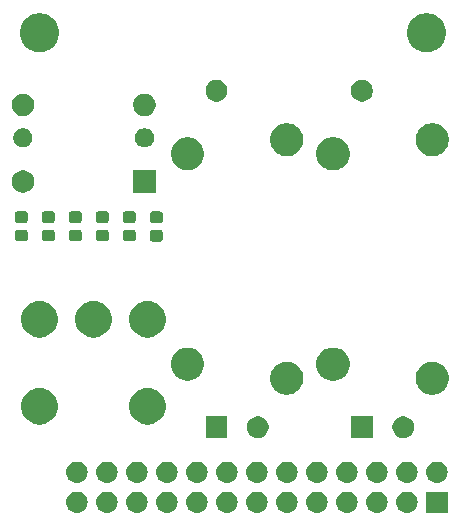
<source format=gbr>
G04 #@! TF.GenerationSoftware,KiCad,Pcbnew,(5.1.4)-1*
G04 #@! TF.CreationDate,2019-12-12T19:48:25+09:00*
G04 #@! TF.ProjectId,microcar_head,6d696372-6f63-4617-925f-686561642e6b,rev?*
G04 #@! TF.SameCoordinates,Original*
G04 #@! TF.FileFunction,Soldermask,Top*
G04 #@! TF.FilePolarity,Negative*
%FSLAX46Y46*%
G04 Gerber Fmt 4.6, Leading zero omitted, Abs format (unit mm)*
G04 Created by KiCad (PCBNEW (5.1.4)-1) date 2019-12-12 19:48:25*
%MOMM*%
%LPD*%
G04 APERTURE LIST*
%ADD10C,0.100000*%
G04 APERTURE END LIST*
D10*
G36*
X70116000Y-64401000D02*
G01*
X68314000Y-64401000D01*
X68314000Y-62599000D01*
X70116000Y-62599000D01*
X70116000Y-64401000D01*
X70116000Y-64401000D01*
G37*
G36*
X61705442Y-62605518D02*
G01*
X61771627Y-62612037D01*
X61941466Y-62663557D01*
X62097991Y-62747222D01*
X62133729Y-62776552D01*
X62235186Y-62859814D01*
X62318448Y-62961271D01*
X62347778Y-62997009D01*
X62431443Y-63153534D01*
X62482963Y-63323373D01*
X62500359Y-63500000D01*
X62482963Y-63676627D01*
X62431443Y-63846466D01*
X62347778Y-64002991D01*
X62318448Y-64038729D01*
X62235186Y-64140186D01*
X62133729Y-64223448D01*
X62097991Y-64252778D01*
X61941466Y-64336443D01*
X61771627Y-64387963D01*
X61705442Y-64394482D01*
X61639260Y-64401000D01*
X61550740Y-64401000D01*
X61484558Y-64394482D01*
X61418373Y-64387963D01*
X61248534Y-64336443D01*
X61092009Y-64252778D01*
X61056271Y-64223448D01*
X60954814Y-64140186D01*
X60871552Y-64038729D01*
X60842222Y-64002991D01*
X60758557Y-63846466D01*
X60707037Y-63676627D01*
X60689641Y-63500000D01*
X60707037Y-63323373D01*
X60758557Y-63153534D01*
X60842222Y-62997009D01*
X60871552Y-62961271D01*
X60954814Y-62859814D01*
X61056271Y-62776552D01*
X61092009Y-62747222D01*
X61248534Y-62663557D01*
X61418373Y-62612037D01*
X61484558Y-62605518D01*
X61550740Y-62599000D01*
X61639260Y-62599000D01*
X61705442Y-62605518D01*
X61705442Y-62605518D01*
G37*
G36*
X66785442Y-62605518D02*
G01*
X66851627Y-62612037D01*
X67021466Y-62663557D01*
X67177991Y-62747222D01*
X67213729Y-62776552D01*
X67315186Y-62859814D01*
X67398448Y-62961271D01*
X67427778Y-62997009D01*
X67511443Y-63153534D01*
X67562963Y-63323373D01*
X67580359Y-63500000D01*
X67562963Y-63676627D01*
X67511443Y-63846466D01*
X67427778Y-64002991D01*
X67398448Y-64038729D01*
X67315186Y-64140186D01*
X67213729Y-64223448D01*
X67177991Y-64252778D01*
X67021466Y-64336443D01*
X66851627Y-64387963D01*
X66785442Y-64394482D01*
X66719260Y-64401000D01*
X66630740Y-64401000D01*
X66564558Y-64394482D01*
X66498373Y-64387963D01*
X66328534Y-64336443D01*
X66172009Y-64252778D01*
X66136271Y-64223448D01*
X66034814Y-64140186D01*
X65951552Y-64038729D01*
X65922222Y-64002991D01*
X65838557Y-63846466D01*
X65787037Y-63676627D01*
X65769641Y-63500000D01*
X65787037Y-63323373D01*
X65838557Y-63153534D01*
X65922222Y-62997009D01*
X65951552Y-62961271D01*
X66034814Y-62859814D01*
X66136271Y-62776552D01*
X66172009Y-62747222D01*
X66328534Y-62663557D01*
X66498373Y-62612037D01*
X66564558Y-62605518D01*
X66630740Y-62599000D01*
X66719260Y-62599000D01*
X66785442Y-62605518D01*
X66785442Y-62605518D01*
G37*
G36*
X64245442Y-62605518D02*
G01*
X64311627Y-62612037D01*
X64481466Y-62663557D01*
X64637991Y-62747222D01*
X64673729Y-62776552D01*
X64775186Y-62859814D01*
X64858448Y-62961271D01*
X64887778Y-62997009D01*
X64971443Y-63153534D01*
X65022963Y-63323373D01*
X65040359Y-63500000D01*
X65022963Y-63676627D01*
X64971443Y-63846466D01*
X64887778Y-64002991D01*
X64858448Y-64038729D01*
X64775186Y-64140186D01*
X64673729Y-64223448D01*
X64637991Y-64252778D01*
X64481466Y-64336443D01*
X64311627Y-64387963D01*
X64245442Y-64394482D01*
X64179260Y-64401000D01*
X64090740Y-64401000D01*
X64024558Y-64394482D01*
X63958373Y-64387963D01*
X63788534Y-64336443D01*
X63632009Y-64252778D01*
X63596271Y-64223448D01*
X63494814Y-64140186D01*
X63411552Y-64038729D01*
X63382222Y-64002991D01*
X63298557Y-63846466D01*
X63247037Y-63676627D01*
X63229641Y-63500000D01*
X63247037Y-63323373D01*
X63298557Y-63153534D01*
X63382222Y-62997009D01*
X63411552Y-62961271D01*
X63494814Y-62859814D01*
X63596271Y-62776552D01*
X63632009Y-62747222D01*
X63788534Y-62663557D01*
X63958373Y-62612037D01*
X64024558Y-62605518D01*
X64090740Y-62599000D01*
X64179260Y-62599000D01*
X64245442Y-62605518D01*
X64245442Y-62605518D01*
G37*
G36*
X59165442Y-62605518D02*
G01*
X59231627Y-62612037D01*
X59401466Y-62663557D01*
X59557991Y-62747222D01*
X59593729Y-62776552D01*
X59695186Y-62859814D01*
X59778448Y-62961271D01*
X59807778Y-62997009D01*
X59891443Y-63153534D01*
X59942963Y-63323373D01*
X59960359Y-63500000D01*
X59942963Y-63676627D01*
X59891443Y-63846466D01*
X59807778Y-64002991D01*
X59778448Y-64038729D01*
X59695186Y-64140186D01*
X59593729Y-64223448D01*
X59557991Y-64252778D01*
X59401466Y-64336443D01*
X59231627Y-64387963D01*
X59165442Y-64394482D01*
X59099260Y-64401000D01*
X59010740Y-64401000D01*
X58944558Y-64394482D01*
X58878373Y-64387963D01*
X58708534Y-64336443D01*
X58552009Y-64252778D01*
X58516271Y-64223448D01*
X58414814Y-64140186D01*
X58331552Y-64038729D01*
X58302222Y-64002991D01*
X58218557Y-63846466D01*
X58167037Y-63676627D01*
X58149641Y-63500000D01*
X58167037Y-63323373D01*
X58218557Y-63153534D01*
X58302222Y-62997009D01*
X58331552Y-62961271D01*
X58414814Y-62859814D01*
X58516271Y-62776552D01*
X58552009Y-62747222D01*
X58708534Y-62663557D01*
X58878373Y-62612037D01*
X58944558Y-62605518D01*
X59010740Y-62599000D01*
X59099260Y-62599000D01*
X59165442Y-62605518D01*
X59165442Y-62605518D01*
G37*
G36*
X56625442Y-62605518D02*
G01*
X56691627Y-62612037D01*
X56861466Y-62663557D01*
X57017991Y-62747222D01*
X57053729Y-62776552D01*
X57155186Y-62859814D01*
X57238448Y-62961271D01*
X57267778Y-62997009D01*
X57351443Y-63153534D01*
X57402963Y-63323373D01*
X57420359Y-63500000D01*
X57402963Y-63676627D01*
X57351443Y-63846466D01*
X57267778Y-64002991D01*
X57238448Y-64038729D01*
X57155186Y-64140186D01*
X57053729Y-64223448D01*
X57017991Y-64252778D01*
X56861466Y-64336443D01*
X56691627Y-64387963D01*
X56625442Y-64394482D01*
X56559260Y-64401000D01*
X56470740Y-64401000D01*
X56404558Y-64394482D01*
X56338373Y-64387963D01*
X56168534Y-64336443D01*
X56012009Y-64252778D01*
X55976271Y-64223448D01*
X55874814Y-64140186D01*
X55791552Y-64038729D01*
X55762222Y-64002991D01*
X55678557Y-63846466D01*
X55627037Y-63676627D01*
X55609641Y-63500000D01*
X55627037Y-63323373D01*
X55678557Y-63153534D01*
X55762222Y-62997009D01*
X55791552Y-62961271D01*
X55874814Y-62859814D01*
X55976271Y-62776552D01*
X56012009Y-62747222D01*
X56168534Y-62663557D01*
X56338373Y-62612037D01*
X56404558Y-62605518D01*
X56470740Y-62599000D01*
X56559260Y-62599000D01*
X56625442Y-62605518D01*
X56625442Y-62605518D01*
G37*
G36*
X54085442Y-62605518D02*
G01*
X54151627Y-62612037D01*
X54321466Y-62663557D01*
X54477991Y-62747222D01*
X54513729Y-62776552D01*
X54615186Y-62859814D01*
X54698448Y-62961271D01*
X54727778Y-62997009D01*
X54811443Y-63153534D01*
X54862963Y-63323373D01*
X54880359Y-63500000D01*
X54862963Y-63676627D01*
X54811443Y-63846466D01*
X54727778Y-64002991D01*
X54698448Y-64038729D01*
X54615186Y-64140186D01*
X54513729Y-64223448D01*
X54477991Y-64252778D01*
X54321466Y-64336443D01*
X54151627Y-64387963D01*
X54085442Y-64394482D01*
X54019260Y-64401000D01*
X53930740Y-64401000D01*
X53864558Y-64394482D01*
X53798373Y-64387963D01*
X53628534Y-64336443D01*
X53472009Y-64252778D01*
X53436271Y-64223448D01*
X53334814Y-64140186D01*
X53251552Y-64038729D01*
X53222222Y-64002991D01*
X53138557Y-63846466D01*
X53087037Y-63676627D01*
X53069641Y-63500000D01*
X53087037Y-63323373D01*
X53138557Y-63153534D01*
X53222222Y-62997009D01*
X53251552Y-62961271D01*
X53334814Y-62859814D01*
X53436271Y-62776552D01*
X53472009Y-62747222D01*
X53628534Y-62663557D01*
X53798373Y-62612037D01*
X53864558Y-62605518D01*
X53930740Y-62599000D01*
X54019260Y-62599000D01*
X54085442Y-62605518D01*
X54085442Y-62605518D01*
G37*
G36*
X49005442Y-62605518D02*
G01*
X49071627Y-62612037D01*
X49241466Y-62663557D01*
X49397991Y-62747222D01*
X49433729Y-62776552D01*
X49535186Y-62859814D01*
X49618448Y-62961271D01*
X49647778Y-62997009D01*
X49731443Y-63153534D01*
X49782963Y-63323373D01*
X49800359Y-63500000D01*
X49782963Y-63676627D01*
X49731443Y-63846466D01*
X49647778Y-64002991D01*
X49618448Y-64038729D01*
X49535186Y-64140186D01*
X49433729Y-64223448D01*
X49397991Y-64252778D01*
X49241466Y-64336443D01*
X49071627Y-64387963D01*
X49005442Y-64394482D01*
X48939260Y-64401000D01*
X48850740Y-64401000D01*
X48784558Y-64394482D01*
X48718373Y-64387963D01*
X48548534Y-64336443D01*
X48392009Y-64252778D01*
X48356271Y-64223448D01*
X48254814Y-64140186D01*
X48171552Y-64038729D01*
X48142222Y-64002991D01*
X48058557Y-63846466D01*
X48007037Y-63676627D01*
X47989641Y-63500000D01*
X48007037Y-63323373D01*
X48058557Y-63153534D01*
X48142222Y-62997009D01*
X48171552Y-62961271D01*
X48254814Y-62859814D01*
X48356271Y-62776552D01*
X48392009Y-62747222D01*
X48548534Y-62663557D01*
X48718373Y-62612037D01*
X48784558Y-62605518D01*
X48850740Y-62599000D01*
X48939260Y-62599000D01*
X49005442Y-62605518D01*
X49005442Y-62605518D01*
G37*
G36*
X46465442Y-62605518D02*
G01*
X46531627Y-62612037D01*
X46701466Y-62663557D01*
X46857991Y-62747222D01*
X46893729Y-62776552D01*
X46995186Y-62859814D01*
X47078448Y-62961271D01*
X47107778Y-62997009D01*
X47191443Y-63153534D01*
X47242963Y-63323373D01*
X47260359Y-63500000D01*
X47242963Y-63676627D01*
X47191443Y-63846466D01*
X47107778Y-64002991D01*
X47078448Y-64038729D01*
X46995186Y-64140186D01*
X46893729Y-64223448D01*
X46857991Y-64252778D01*
X46701466Y-64336443D01*
X46531627Y-64387963D01*
X46465442Y-64394482D01*
X46399260Y-64401000D01*
X46310740Y-64401000D01*
X46244558Y-64394482D01*
X46178373Y-64387963D01*
X46008534Y-64336443D01*
X45852009Y-64252778D01*
X45816271Y-64223448D01*
X45714814Y-64140186D01*
X45631552Y-64038729D01*
X45602222Y-64002991D01*
X45518557Y-63846466D01*
X45467037Y-63676627D01*
X45449641Y-63500000D01*
X45467037Y-63323373D01*
X45518557Y-63153534D01*
X45602222Y-62997009D01*
X45631552Y-62961271D01*
X45714814Y-62859814D01*
X45816271Y-62776552D01*
X45852009Y-62747222D01*
X46008534Y-62663557D01*
X46178373Y-62612037D01*
X46244558Y-62605518D01*
X46310740Y-62599000D01*
X46399260Y-62599000D01*
X46465442Y-62605518D01*
X46465442Y-62605518D01*
G37*
G36*
X43925442Y-62605518D02*
G01*
X43991627Y-62612037D01*
X44161466Y-62663557D01*
X44317991Y-62747222D01*
X44353729Y-62776552D01*
X44455186Y-62859814D01*
X44538448Y-62961271D01*
X44567778Y-62997009D01*
X44651443Y-63153534D01*
X44702963Y-63323373D01*
X44720359Y-63500000D01*
X44702963Y-63676627D01*
X44651443Y-63846466D01*
X44567778Y-64002991D01*
X44538448Y-64038729D01*
X44455186Y-64140186D01*
X44353729Y-64223448D01*
X44317991Y-64252778D01*
X44161466Y-64336443D01*
X43991627Y-64387963D01*
X43925442Y-64394482D01*
X43859260Y-64401000D01*
X43770740Y-64401000D01*
X43704558Y-64394482D01*
X43638373Y-64387963D01*
X43468534Y-64336443D01*
X43312009Y-64252778D01*
X43276271Y-64223448D01*
X43174814Y-64140186D01*
X43091552Y-64038729D01*
X43062222Y-64002991D01*
X42978557Y-63846466D01*
X42927037Y-63676627D01*
X42909641Y-63500000D01*
X42927037Y-63323373D01*
X42978557Y-63153534D01*
X43062222Y-62997009D01*
X43091552Y-62961271D01*
X43174814Y-62859814D01*
X43276271Y-62776552D01*
X43312009Y-62747222D01*
X43468534Y-62663557D01*
X43638373Y-62612037D01*
X43704558Y-62605518D01*
X43770740Y-62599000D01*
X43859260Y-62599000D01*
X43925442Y-62605518D01*
X43925442Y-62605518D01*
G37*
G36*
X41385442Y-62605518D02*
G01*
X41451627Y-62612037D01*
X41621466Y-62663557D01*
X41777991Y-62747222D01*
X41813729Y-62776552D01*
X41915186Y-62859814D01*
X41998448Y-62961271D01*
X42027778Y-62997009D01*
X42111443Y-63153534D01*
X42162963Y-63323373D01*
X42180359Y-63500000D01*
X42162963Y-63676627D01*
X42111443Y-63846466D01*
X42027778Y-64002991D01*
X41998448Y-64038729D01*
X41915186Y-64140186D01*
X41813729Y-64223448D01*
X41777991Y-64252778D01*
X41621466Y-64336443D01*
X41451627Y-64387963D01*
X41385442Y-64394482D01*
X41319260Y-64401000D01*
X41230740Y-64401000D01*
X41164558Y-64394482D01*
X41098373Y-64387963D01*
X40928534Y-64336443D01*
X40772009Y-64252778D01*
X40736271Y-64223448D01*
X40634814Y-64140186D01*
X40551552Y-64038729D01*
X40522222Y-64002991D01*
X40438557Y-63846466D01*
X40387037Y-63676627D01*
X40369641Y-63500000D01*
X40387037Y-63323373D01*
X40438557Y-63153534D01*
X40522222Y-62997009D01*
X40551552Y-62961271D01*
X40634814Y-62859814D01*
X40736271Y-62776552D01*
X40772009Y-62747222D01*
X40928534Y-62663557D01*
X41098373Y-62612037D01*
X41164558Y-62605518D01*
X41230740Y-62599000D01*
X41319260Y-62599000D01*
X41385442Y-62605518D01*
X41385442Y-62605518D01*
G37*
G36*
X38845442Y-62605518D02*
G01*
X38911627Y-62612037D01*
X39081466Y-62663557D01*
X39237991Y-62747222D01*
X39273729Y-62776552D01*
X39375186Y-62859814D01*
X39458448Y-62961271D01*
X39487778Y-62997009D01*
X39571443Y-63153534D01*
X39622963Y-63323373D01*
X39640359Y-63500000D01*
X39622963Y-63676627D01*
X39571443Y-63846466D01*
X39487778Y-64002991D01*
X39458448Y-64038729D01*
X39375186Y-64140186D01*
X39273729Y-64223448D01*
X39237991Y-64252778D01*
X39081466Y-64336443D01*
X38911627Y-64387963D01*
X38845442Y-64394482D01*
X38779260Y-64401000D01*
X38690740Y-64401000D01*
X38624558Y-64394482D01*
X38558373Y-64387963D01*
X38388534Y-64336443D01*
X38232009Y-64252778D01*
X38196271Y-64223448D01*
X38094814Y-64140186D01*
X38011552Y-64038729D01*
X37982222Y-64002991D01*
X37898557Y-63846466D01*
X37847037Y-63676627D01*
X37829641Y-63500000D01*
X37847037Y-63323373D01*
X37898557Y-63153534D01*
X37982222Y-62997009D01*
X38011552Y-62961271D01*
X38094814Y-62859814D01*
X38196271Y-62776552D01*
X38232009Y-62747222D01*
X38388534Y-62663557D01*
X38558373Y-62612037D01*
X38624558Y-62605518D01*
X38690740Y-62599000D01*
X38779260Y-62599000D01*
X38845442Y-62605518D01*
X38845442Y-62605518D01*
G37*
G36*
X51545442Y-62605518D02*
G01*
X51611627Y-62612037D01*
X51781466Y-62663557D01*
X51937991Y-62747222D01*
X51973729Y-62776552D01*
X52075186Y-62859814D01*
X52158448Y-62961271D01*
X52187778Y-62997009D01*
X52271443Y-63153534D01*
X52322963Y-63323373D01*
X52340359Y-63500000D01*
X52322963Y-63676627D01*
X52271443Y-63846466D01*
X52187778Y-64002991D01*
X52158448Y-64038729D01*
X52075186Y-64140186D01*
X51973729Y-64223448D01*
X51937991Y-64252778D01*
X51781466Y-64336443D01*
X51611627Y-64387963D01*
X51545442Y-64394482D01*
X51479260Y-64401000D01*
X51390740Y-64401000D01*
X51324558Y-64394482D01*
X51258373Y-64387963D01*
X51088534Y-64336443D01*
X50932009Y-64252778D01*
X50896271Y-64223448D01*
X50794814Y-64140186D01*
X50711552Y-64038729D01*
X50682222Y-64002991D01*
X50598557Y-63846466D01*
X50547037Y-63676627D01*
X50529641Y-63500000D01*
X50547037Y-63323373D01*
X50598557Y-63153534D01*
X50682222Y-62997009D01*
X50711552Y-62961271D01*
X50794814Y-62859814D01*
X50896271Y-62776552D01*
X50932009Y-62747222D01*
X51088534Y-62663557D01*
X51258373Y-62612037D01*
X51324558Y-62605518D01*
X51390740Y-62599000D01*
X51479260Y-62599000D01*
X51545442Y-62605518D01*
X51545442Y-62605518D01*
G37*
G36*
X59165442Y-60065518D02*
G01*
X59231627Y-60072037D01*
X59401466Y-60123557D01*
X59557991Y-60207222D01*
X59593729Y-60236552D01*
X59695186Y-60319814D01*
X59778448Y-60421271D01*
X59807778Y-60457009D01*
X59891443Y-60613534D01*
X59942963Y-60783373D01*
X59960359Y-60960000D01*
X59942963Y-61136627D01*
X59891443Y-61306466D01*
X59807778Y-61462991D01*
X59778448Y-61498729D01*
X59695186Y-61600186D01*
X59593729Y-61683448D01*
X59557991Y-61712778D01*
X59401466Y-61796443D01*
X59231627Y-61847963D01*
X59165443Y-61854481D01*
X59099260Y-61861000D01*
X59010740Y-61861000D01*
X58944557Y-61854481D01*
X58878373Y-61847963D01*
X58708534Y-61796443D01*
X58552009Y-61712778D01*
X58516271Y-61683448D01*
X58414814Y-61600186D01*
X58331552Y-61498729D01*
X58302222Y-61462991D01*
X58218557Y-61306466D01*
X58167037Y-61136627D01*
X58149641Y-60960000D01*
X58167037Y-60783373D01*
X58218557Y-60613534D01*
X58302222Y-60457009D01*
X58331552Y-60421271D01*
X58414814Y-60319814D01*
X58516271Y-60236552D01*
X58552009Y-60207222D01*
X58708534Y-60123557D01*
X58878373Y-60072037D01*
X58944558Y-60065518D01*
X59010740Y-60059000D01*
X59099260Y-60059000D01*
X59165442Y-60065518D01*
X59165442Y-60065518D01*
G37*
G36*
X69325442Y-60065518D02*
G01*
X69391627Y-60072037D01*
X69561466Y-60123557D01*
X69717991Y-60207222D01*
X69753729Y-60236552D01*
X69855186Y-60319814D01*
X69938448Y-60421271D01*
X69967778Y-60457009D01*
X70051443Y-60613534D01*
X70102963Y-60783373D01*
X70120359Y-60960000D01*
X70102963Y-61136627D01*
X70051443Y-61306466D01*
X69967778Y-61462991D01*
X69938448Y-61498729D01*
X69855186Y-61600186D01*
X69753729Y-61683448D01*
X69717991Y-61712778D01*
X69561466Y-61796443D01*
X69391627Y-61847963D01*
X69325443Y-61854481D01*
X69259260Y-61861000D01*
X69170740Y-61861000D01*
X69104557Y-61854481D01*
X69038373Y-61847963D01*
X68868534Y-61796443D01*
X68712009Y-61712778D01*
X68676271Y-61683448D01*
X68574814Y-61600186D01*
X68491552Y-61498729D01*
X68462222Y-61462991D01*
X68378557Y-61306466D01*
X68327037Y-61136627D01*
X68309641Y-60960000D01*
X68327037Y-60783373D01*
X68378557Y-60613534D01*
X68462222Y-60457009D01*
X68491552Y-60421271D01*
X68574814Y-60319814D01*
X68676271Y-60236552D01*
X68712009Y-60207222D01*
X68868534Y-60123557D01*
X69038373Y-60072037D01*
X69104558Y-60065518D01*
X69170740Y-60059000D01*
X69259260Y-60059000D01*
X69325442Y-60065518D01*
X69325442Y-60065518D01*
G37*
G36*
X66785442Y-60065518D02*
G01*
X66851627Y-60072037D01*
X67021466Y-60123557D01*
X67177991Y-60207222D01*
X67213729Y-60236552D01*
X67315186Y-60319814D01*
X67398448Y-60421271D01*
X67427778Y-60457009D01*
X67511443Y-60613534D01*
X67562963Y-60783373D01*
X67580359Y-60960000D01*
X67562963Y-61136627D01*
X67511443Y-61306466D01*
X67427778Y-61462991D01*
X67398448Y-61498729D01*
X67315186Y-61600186D01*
X67213729Y-61683448D01*
X67177991Y-61712778D01*
X67021466Y-61796443D01*
X66851627Y-61847963D01*
X66785443Y-61854481D01*
X66719260Y-61861000D01*
X66630740Y-61861000D01*
X66564557Y-61854481D01*
X66498373Y-61847963D01*
X66328534Y-61796443D01*
X66172009Y-61712778D01*
X66136271Y-61683448D01*
X66034814Y-61600186D01*
X65951552Y-61498729D01*
X65922222Y-61462991D01*
X65838557Y-61306466D01*
X65787037Y-61136627D01*
X65769641Y-60960000D01*
X65787037Y-60783373D01*
X65838557Y-60613534D01*
X65922222Y-60457009D01*
X65951552Y-60421271D01*
X66034814Y-60319814D01*
X66136271Y-60236552D01*
X66172009Y-60207222D01*
X66328534Y-60123557D01*
X66498373Y-60072037D01*
X66564558Y-60065518D01*
X66630740Y-60059000D01*
X66719260Y-60059000D01*
X66785442Y-60065518D01*
X66785442Y-60065518D01*
G37*
G36*
X64245442Y-60065518D02*
G01*
X64311627Y-60072037D01*
X64481466Y-60123557D01*
X64637991Y-60207222D01*
X64673729Y-60236552D01*
X64775186Y-60319814D01*
X64858448Y-60421271D01*
X64887778Y-60457009D01*
X64971443Y-60613534D01*
X65022963Y-60783373D01*
X65040359Y-60960000D01*
X65022963Y-61136627D01*
X64971443Y-61306466D01*
X64887778Y-61462991D01*
X64858448Y-61498729D01*
X64775186Y-61600186D01*
X64673729Y-61683448D01*
X64637991Y-61712778D01*
X64481466Y-61796443D01*
X64311627Y-61847963D01*
X64245443Y-61854481D01*
X64179260Y-61861000D01*
X64090740Y-61861000D01*
X64024557Y-61854481D01*
X63958373Y-61847963D01*
X63788534Y-61796443D01*
X63632009Y-61712778D01*
X63596271Y-61683448D01*
X63494814Y-61600186D01*
X63411552Y-61498729D01*
X63382222Y-61462991D01*
X63298557Y-61306466D01*
X63247037Y-61136627D01*
X63229641Y-60960000D01*
X63247037Y-60783373D01*
X63298557Y-60613534D01*
X63382222Y-60457009D01*
X63411552Y-60421271D01*
X63494814Y-60319814D01*
X63596271Y-60236552D01*
X63632009Y-60207222D01*
X63788534Y-60123557D01*
X63958373Y-60072037D01*
X64024558Y-60065518D01*
X64090740Y-60059000D01*
X64179260Y-60059000D01*
X64245442Y-60065518D01*
X64245442Y-60065518D01*
G37*
G36*
X38845442Y-60065518D02*
G01*
X38911627Y-60072037D01*
X39081466Y-60123557D01*
X39237991Y-60207222D01*
X39273729Y-60236552D01*
X39375186Y-60319814D01*
X39458448Y-60421271D01*
X39487778Y-60457009D01*
X39571443Y-60613534D01*
X39622963Y-60783373D01*
X39640359Y-60960000D01*
X39622963Y-61136627D01*
X39571443Y-61306466D01*
X39487778Y-61462991D01*
X39458448Y-61498729D01*
X39375186Y-61600186D01*
X39273729Y-61683448D01*
X39237991Y-61712778D01*
X39081466Y-61796443D01*
X38911627Y-61847963D01*
X38845443Y-61854481D01*
X38779260Y-61861000D01*
X38690740Y-61861000D01*
X38624557Y-61854481D01*
X38558373Y-61847963D01*
X38388534Y-61796443D01*
X38232009Y-61712778D01*
X38196271Y-61683448D01*
X38094814Y-61600186D01*
X38011552Y-61498729D01*
X37982222Y-61462991D01*
X37898557Y-61306466D01*
X37847037Y-61136627D01*
X37829641Y-60960000D01*
X37847037Y-60783373D01*
X37898557Y-60613534D01*
X37982222Y-60457009D01*
X38011552Y-60421271D01*
X38094814Y-60319814D01*
X38196271Y-60236552D01*
X38232009Y-60207222D01*
X38388534Y-60123557D01*
X38558373Y-60072037D01*
X38624558Y-60065518D01*
X38690740Y-60059000D01*
X38779260Y-60059000D01*
X38845442Y-60065518D01*
X38845442Y-60065518D01*
G37*
G36*
X61705442Y-60065518D02*
G01*
X61771627Y-60072037D01*
X61941466Y-60123557D01*
X62097991Y-60207222D01*
X62133729Y-60236552D01*
X62235186Y-60319814D01*
X62318448Y-60421271D01*
X62347778Y-60457009D01*
X62431443Y-60613534D01*
X62482963Y-60783373D01*
X62500359Y-60960000D01*
X62482963Y-61136627D01*
X62431443Y-61306466D01*
X62347778Y-61462991D01*
X62318448Y-61498729D01*
X62235186Y-61600186D01*
X62133729Y-61683448D01*
X62097991Y-61712778D01*
X61941466Y-61796443D01*
X61771627Y-61847963D01*
X61705443Y-61854481D01*
X61639260Y-61861000D01*
X61550740Y-61861000D01*
X61484557Y-61854481D01*
X61418373Y-61847963D01*
X61248534Y-61796443D01*
X61092009Y-61712778D01*
X61056271Y-61683448D01*
X60954814Y-61600186D01*
X60871552Y-61498729D01*
X60842222Y-61462991D01*
X60758557Y-61306466D01*
X60707037Y-61136627D01*
X60689641Y-60960000D01*
X60707037Y-60783373D01*
X60758557Y-60613534D01*
X60842222Y-60457009D01*
X60871552Y-60421271D01*
X60954814Y-60319814D01*
X61056271Y-60236552D01*
X61092009Y-60207222D01*
X61248534Y-60123557D01*
X61418373Y-60072037D01*
X61484558Y-60065518D01*
X61550740Y-60059000D01*
X61639260Y-60059000D01*
X61705442Y-60065518D01*
X61705442Y-60065518D01*
G37*
G36*
X56625442Y-60065518D02*
G01*
X56691627Y-60072037D01*
X56861466Y-60123557D01*
X57017991Y-60207222D01*
X57053729Y-60236552D01*
X57155186Y-60319814D01*
X57238448Y-60421271D01*
X57267778Y-60457009D01*
X57351443Y-60613534D01*
X57402963Y-60783373D01*
X57420359Y-60960000D01*
X57402963Y-61136627D01*
X57351443Y-61306466D01*
X57267778Y-61462991D01*
X57238448Y-61498729D01*
X57155186Y-61600186D01*
X57053729Y-61683448D01*
X57017991Y-61712778D01*
X56861466Y-61796443D01*
X56691627Y-61847963D01*
X56625443Y-61854481D01*
X56559260Y-61861000D01*
X56470740Y-61861000D01*
X56404557Y-61854481D01*
X56338373Y-61847963D01*
X56168534Y-61796443D01*
X56012009Y-61712778D01*
X55976271Y-61683448D01*
X55874814Y-61600186D01*
X55791552Y-61498729D01*
X55762222Y-61462991D01*
X55678557Y-61306466D01*
X55627037Y-61136627D01*
X55609641Y-60960000D01*
X55627037Y-60783373D01*
X55678557Y-60613534D01*
X55762222Y-60457009D01*
X55791552Y-60421271D01*
X55874814Y-60319814D01*
X55976271Y-60236552D01*
X56012009Y-60207222D01*
X56168534Y-60123557D01*
X56338373Y-60072037D01*
X56404558Y-60065518D01*
X56470740Y-60059000D01*
X56559260Y-60059000D01*
X56625442Y-60065518D01*
X56625442Y-60065518D01*
G37*
G36*
X51545442Y-60065518D02*
G01*
X51611627Y-60072037D01*
X51781466Y-60123557D01*
X51937991Y-60207222D01*
X51973729Y-60236552D01*
X52075186Y-60319814D01*
X52158448Y-60421271D01*
X52187778Y-60457009D01*
X52271443Y-60613534D01*
X52322963Y-60783373D01*
X52340359Y-60960000D01*
X52322963Y-61136627D01*
X52271443Y-61306466D01*
X52187778Y-61462991D01*
X52158448Y-61498729D01*
X52075186Y-61600186D01*
X51973729Y-61683448D01*
X51937991Y-61712778D01*
X51781466Y-61796443D01*
X51611627Y-61847963D01*
X51545443Y-61854481D01*
X51479260Y-61861000D01*
X51390740Y-61861000D01*
X51324557Y-61854481D01*
X51258373Y-61847963D01*
X51088534Y-61796443D01*
X50932009Y-61712778D01*
X50896271Y-61683448D01*
X50794814Y-61600186D01*
X50711552Y-61498729D01*
X50682222Y-61462991D01*
X50598557Y-61306466D01*
X50547037Y-61136627D01*
X50529641Y-60960000D01*
X50547037Y-60783373D01*
X50598557Y-60613534D01*
X50682222Y-60457009D01*
X50711552Y-60421271D01*
X50794814Y-60319814D01*
X50896271Y-60236552D01*
X50932009Y-60207222D01*
X51088534Y-60123557D01*
X51258373Y-60072037D01*
X51324558Y-60065518D01*
X51390740Y-60059000D01*
X51479260Y-60059000D01*
X51545442Y-60065518D01*
X51545442Y-60065518D01*
G37*
G36*
X49005442Y-60065518D02*
G01*
X49071627Y-60072037D01*
X49241466Y-60123557D01*
X49397991Y-60207222D01*
X49433729Y-60236552D01*
X49535186Y-60319814D01*
X49618448Y-60421271D01*
X49647778Y-60457009D01*
X49731443Y-60613534D01*
X49782963Y-60783373D01*
X49800359Y-60960000D01*
X49782963Y-61136627D01*
X49731443Y-61306466D01*
X49647778Y-61462991D01*
X49618448Y-61498729D01*
X49535186Y-61600186D01*
X49433729Y-61683448D01*
X49397991Y-61712778D01*
X49241466Y-61796443D01*
X49071627Y-61847963D01*
X49005443Y-61854481D01*
X48939260Y-61861000D01*
X48850740Y-61861000D01*
X48784557Y-61854481D01*
X48718373Y-61847963D01*
X48548534Y-61796443D01*
X48392009Y-61712778D01*
X48356271Y-61683448D01*
X48254814Y-61600186D01*
X48171552Y-61498729D01*
X48142222Y-61462991D01*
X48058557Y-61306466D01*
X48007037Y-61136627D01*
X47989641Y-60960000D01*
X48007037Y-60783373D01*
X48058557Y-60613534D01*
X48142222Y-60457009D01*
X48171552Y-60421271D01*
X48254814Y-60319814D01*
X48356271Y-60236552D01*
X48392009Y-60207222D01*
X48548534Y-60123557D01*
X48718373Y-60072037D01*
X48784558Y-60065518D01*
X48850740Y-60059000D01*
X48939260Y-60059000D01*
X49005442Y-60065518D01*
X49005442Y-60065518D01*
G37*
G36*
X41385442Y-60065518D02*
G01*
X41451627Y-60072037D01*
X41621466Y-60123557D01*
X41777991Y-60207222D01*
X41813729Y-60236552D01*
X41915186Y-60319814D01*
X41998448Y-60421271D01*
X42027778Y-60457009D01*
X42111443Y-60613534D01*
X42162963Y-60783373D01*
X42180359Y-60960000D01*
X42162963Y-61136627D01*
X42111443Y-61306466D01*
X42027778Y-61462991D01*
X41998448Y-61498729D01*
X41915186Y-61600186D01*
X41813729Y-61683448D01*
X41777991Y-61712778D01*
X41621466Y-61796443D01*
X41451627Y-61847963D01*
X41385443Y-61854481D01*
X41319260Y-61861000D01*
X41230740Y-61861000D01*
X41164557Y-61854481D01*
X41098373Y-61847963D01*
X40928534Y-61796443D01*
X40772009Y-61712778D01*
X40736271Y-61683448D01*
X40634814Y-61600186D01*
X40551552Y-61498729D01*
X40522222Y-61462991D01*
X40438557Y-61306466D01*
X40387037Y-61136627D01*
X40369641Y-60960000D01*
X40387037Y-60783373D01*
X40438557Y-60613534D01*
X40522222Y-60457009D01*
X40551552Y-60421271D01*
X40634814Y-60319814D01*
X40736271Y-60236552D01*
X40772009Y-60207222D01*
X40928534Y-60123557D01*
X41098373Y-60072037D01*
X41164558Y-60065518D01*
X41230740Y-60059000D01*
X41319260Y-60059000D01*
X41385442Y-60065518D01*
X41385442Y-60065518D01*
G37*
G36*
X46465442Y-60065518D02*
G01*
X46531627Y-60072037D01*
X46701466Y-60123557D01*
X46857991Y-60207222D01*
X46893729Y-60236552D01*
X46995186Y-60319814D01*
X47078448Y-60421271D01*
X47107778Y-60457009D01*
X47191443Y-60613534D01*
X47242963Y-60783373D01*
X47260359Y-60960000D01*
X47242963Y-61136627D01*
X47191443Y-61306466D01*
X47107778Y-61462991D01*
X47078448Y-61498729D01*
X46995186Y-61600186D01*
X46893729Y-61683448D01*
X46857991Y-61712778D01*
X46701466Y-61796443D01*
X46531627Y-61847963D01*
X46465443Y-61854481D01*
X46399260Y-61861000D01*
X46310740Y-61861000D01*
X46244557Y-61854481D01*
X46178373Y-61847963D01*
X46008534Y-61796443D01*
X45852009Y-61712778D01*
X45816271Y-61683448D01*
X45714814Y-61600186D01*
X45631552Y-61498729D01*
X45602222Y-61462991D01*
X45518557Y-61306466D01*
X45467037Y-61136627D01*
X45449641Y-60960000D01*
X45467037Y-60783373D01*
X45518557Y-60613534D01*
X45602222Y-60457009D01*
X45631552Y-60421271D01*
X45714814Y-60319814D01*
X45816271Y-60236552D01*
X45852009Y-60207222D01*
X46008534Y-60123557D01*
X46178373Y-60072037D01*
X46244558Y-60065518D01*
X46310740Y-60059000D01*
X46399260Y-60059000D01*
X46465442Y-60065518D01*
X46465442Y-60065518D01*
G37*
G36*
X43925442Y-60065518D02*
G01*
X43991627Y-60072037D01*
X44161466Y-60123557D01*
X44317991Y-60207222D01*
X44353729Y-60236552D01*
X44455186Y-60319814D01*
X44538448Y-60421271D01*
X44567778Y-60457009D01*
X44651443Y-60613534D01*
X44702963Y-60783373D01*
X44720359Y-60960000D01*
X44702963Y-61136627D01*
X44651443Y-61306466D01*
X44567778Y-61462991D01*
X44538448Y-61498729D01*
X44455186Y-61600186D01*
X44353729Y-61683448D01*
X44317991Y-61712778D01*
X44161466Y-61796443D01*
X43991627Y-61847963D01*
X43925443Y-61854481D01*
X43859260Y-61861000D01*
X43770740Y-61861000D01*
X43704557Y-61854481D01*
X43638373Y-61847963D01*
X43468534Y-61796443D01*
X43312009Y-61712778D01*
X43276271Y-61683448D01*
X43174814Y-61600186D01*
X43091552Y-61498729D01*
X43062222Y-61462991D01*
X42978557Y-61306466D01*
X42927037Y-61136627D01*
X42909641Y-60960000D01*
X42927037Y-60783373D01*
X42978557Y-60613534D01*
X43062222Y-60457009D01*
X43091552Y-60421271D01*
X43174814Y-60319814D01*
X43276271Y-60236552D01*
X43312009Y-60207222D01*
X43468534Y-60123557D01*
X43638373Y-60072037D01*
X43704558Y-60065518D01*
X43770740Y-60059000D01*
X43859260Y-60059000D01*
X43925442Y-60065518D01*
X43925442Y-60065518D01*
G37*
G36*
X54085442Y-60065518D02*
G01*
X54151627Y-60072037D01*
X54321466Y-60123557D01*
X54477991Y-60207222D01*
X54513729Y-60236552D01*
X54615186Y-60319814D01*
X54698448Y-60421271D01*
X54727778Y-60457009D01*
X54811443Y-60613534D01*
X54862963Y-60783373D01*
X54880359Y-60960000D01*
X54862963Y-61136627D01*
X54811443Y-61306466D01*
X54727778Y-61462991D01*
X54698448Y-61498729D01*
X54615186Y-61600186D01*
X54513729Y-61683448D01*
X54477991Y-61712778D01*
X54321466Y-61796443D01*
X54151627Y-61847963D01*
X54085443Y-61854481D01*
X54019260Y-61861000D01*
X53930740Y-61861000D01*
X53864557Y-61854481D01*
X53798373Y-61847963D01*
X53628534Y-61796443D01*
X53472009Y-61712778D01*
X53436271Y-61683448D01*
X53334814Y-61600186D01*
X53251552Y-61498729D01*
X53222222Y-61462991D01*
X53138557Y-61306466D01*
X53087037Y-61136627D01*
X53069641Y-60960000D01*
X53087037Y-60783373D01*
X53138557Y-60613534D01*
X53222222Y-60457009D01*
X53251552Y-60421271D01*
X53334814Y-60319814D01*
X53436271Y-60236552D01*
X53472009Y-60207222D01*
X53628534Y-60123557D01*
X53798373Y-60072037D01*
X53864558Y-60065518D01*
X53930740Y-60059000D01*
X54019260Y-60059000D01*
X54085442Y-60065518D01*
X54085442Y-60065518D01*
G37*
G36*
X51472000Y-58076000D02*
G01*
X49620000Y-58076000D01*
X49620000Y-56224000D01*
X51472000Y-56224000D01*
X51472000Y-58076000D01*
X51472000Y-58076000D01*
G37*
G36*
X66635104Y-56259585D02*
G01*
X66803626Y-56329389D01*
X66955291Y-56430728D01*
X67084272Y-56559709D01*
X67185611Y-56711374D01*
X67255415Y-56879896D01*
X67291000Y-57058797D01*
X67291000Y-57241203D01*
X67255415Y-57420104D01*
X67185611Y-57588626D01*
X67084272Y-57740291D01*
X66955291Y-57869272D01*
X66803626Y-57970611D01*
X66635104Y-58040415D01*
X66456203Y-58076000D01*
X66273797Y-58076000D01*
X66094896Y-58040415D01*
X65926374Y-57970611D01*
X65774709Y-57869272D01*
X65645728Y-57740291D01*
X65544389Y-57588626D01*
X65474585Y-57420104D01*
X65439000Y-57241203D01*
X65439000Y-57058797D01*
X65474585Y-56879896D01*
X65544389Y-56711374D01*
X65645728Y-56559709D01*
X65774709Y-56430728D01*
X65926374Y-56329389D01*
X66094896Y-56259585D01*
X66273797Y-56224000D01*
X66456203Y-56224000D01*
X66635104Y-56259585D01*
X66635104Y-56259585D01*
G37*
G36*
X63791000Y-58076000D02*
G01*
X61939000Y-58076000D01*
X61939000Y-56224000D01*
X63791000Y-56224000D01*
X63791000Y-58076000D01*
X63791000Y-58076000D01*
G37*
G36*
X54316104Y-56259585D02*
G01*
X54484626Y-56329389D01*
X54636291Y-56430728D01*
X54765272Y-56559709D01*
X54866611Y-56711374D01*
X54936415Y-56879896D01*
X54972000Y-57058797D01*
X54972000Y-57241203D01*
X54936415Y-57420104D01*
X54866611Y-57588626D01*
X54765272Y-57740291D01*
X54636291Y-57869272D01*
X54484626Y-57970611D01*
X54316104Y-58040415D01*
X54137203Y-58076000D01*
X53954797Y-58076000D01*
X53775896Y-58040415D01*
X53607374Y-57970611D01*
X53455709Y-57869272D01*
X53326728Y-57740291D01*
X53225389Y-57588626D01*
X53155585Y-57420104D01*
X53120000Y-57241203D01*
X53120000Y-57058797D01*
X53155585Y-56879896D01*
X53225389Y-56711374D01*
X53326728Y-56559709D01*
X53455709Y-56430728D01*
X53607374Y-56329389D01*
X53775896Y-56259585D01*
X53954797Y-56224000D01*
X54137203Y-56224000D01*
X54316104Y-56259585D01*
X54316104Y-56259585D01*
G37*
G36*
X35862585Y-53850802D02*
G01*
X36012410Y-53880604D01*
X36294674Y-53997521D01*
X36548705Y-54167259D01*
X36764741Y-54383295D01*
X36934479Y-54637326D01*
X37051396Y-54919590D01*
X37111000Y-55219240D01*
X37111000Y-55524760D01*
X37051396Y-55824410D01*
X36934479Y-56106674D01*
X36764741Y-56360705D01*
X36548705Y-56576741D01*
X36294674Y-56746479D01*
X36012410Y-56863396D01*
X35862585Y-56893198D01*
X35712761Y-56923000D01*
X35407239Y-56923000D01*
X35257415Y-56893198D01*
X35107590Y-56863396D01*
X34825326Y-56746479D01*
X34571295Y-56576741D01*
X34355259Y-56360705D01*
X34185521Y-56106674D01*
X34068604Y-55824410D01*
X34009000Y-55524760D01*
X34009000Y-55219240D01*
X34068604Y-54919590D01*
X34185521Y-54637326D01*
X34355259Y-54383295D01*
X34571295Y-54167259D01*
X34825326Y-53997521D01*
X35107590Y-53880604D01*
X35257415Y-53850802D01*
X35407239Y-53821000D01*
X35712761Y-53821000D01*
X35862585Y-53850802D01*
X35862585Y-53850802D01*
G37*
G36*
X45006585Y-53850802D02*
G01*
X45156410Y-53880604D01*
X45438674Y-53997521D01*
X45692705Y-54167259D01*
X45908741Y-54383295D01*
X46078479Y-54637326D01*
X46195396Y-54919590D01*
X46255000Y-55219240D01*
X46255000Y-55524760D01*
X46195396Y-55824410D01*
X46078479Y-56106674D01*
X45908741Y-56360705D01*
X45692705Y-56576741D01*
X45438674Y-56746479D01*
X45156410Y-56863396D01*
X45006585Y-56893198D01*
X44856761Y-56923000D01*
X44551239Y-56923000D01*
X44401415Y-56893198D01*
X44251590Y-56863396D01*
X43969326Y-56746479D01*
X43715295Y-56576741D01*
X43499259Y-56360705D01*
X43329521Y-56106674D01*
X43212604Y-55824410D01*
X43153000Y-55524760D01*
X43153000Y-55219240D01*
X43212604Y-54919590D01*
X43329521Y-54637326D01*
X43499259Y-54383295D01*
X43715295Y-54167259D01*
X43969326Y-53997521D01*
X44251590Y-53880604D01*
X44401415Y-53850802D01*
X44551239Y-53821000D01*
X44856761Y-53821000D01*
X45006585Y-53850802D01*
X45006585Y-53850802D01*
G37*
G36*
X56814433Y-51634893D02*
G01*
X56904657Y-51652839D01*
X57010267Y-51696585D01*
X57159621Y-51758449D01*
X57159622Y-51758450D01*
X57389086Y-51911772D01*
X57584228Y-52106914D01*
X57652209Y-52208656D01*
X57737551Y-52336379D01*
X57843161Y-52591344D01*
X57897000Y-52862012D01*
X57897000Y-53137988D01*
X57843161Y-53408656D01*
X57737551Y-53663621D01*
X57737550Y-53663622D01*
X57584228Y-53893086D01*
X57389086Y-54088228D01*
X57235763Y-54190675D01*
X57159621Y-54241551D01*
X57010267Y-54303415D01*
X56904657Y-54347161D01*
X56814433Y-54365107D01*
X56633988Y-54401000D01*
X56358012Y-54401000D01*
X56177567Y-54365107D01*
X56087343Y-54347161D01*
X55981733Y-54303415D01*
X55832379Y-54241551D01*
X55756237Y-54190675D01*
X55602914Y-54088228D01*
X55407772Y-53893086D01*
X55254450Y-53663622D01*
X55254449Y-53663621D01*
X55148839Y-53408656D01*
X55095000Y-53137988D01*
X55095000Y-52862012D01*
X55148839Y-52591344D01*
X55254449Y-52336379D01*
X55339791Y-52208656D01*
X55407772Y-52106914D01*
X55602914Y-51911772D01*
X55832378Y-51758450D01*
X55832379Y-51758449D01*
X55981733Y-51696585D01*
X56087343Y-51652839D01*
X56177567Y-51634893D01*
X56358012Y-51599000D01*
X56633988Y-51599000D01*
X56814433Y-51634893D01*
X56814433Y-51634893D01*
G37*
G36*
X69133433Y-51634893D02*
G01*
X69223657Y-51652839D01*
X69329267Y-51696585D01*
X69478621Y-51758449D01*
X69478622Y-51758450D01*
X69708086Y-51911772D01*
X69903228Y-52106914D01*
X69971209Y-52208656D01*
X70056551Y-52336379D01*
X70162161Y-52591344D01*
X70216000Y-52862012D01*
X70216000Y-53137988D01*
X70162161Y-53408656D01*
X70056551Y-53663621D01*
X70056550Y-53663622D01*
X69903228Y-53893086D01*
X69708086Y-54088228D01*
X69554763Y-54190675D01*
X69478621Y-54241551D01*
X69329267Y-54303415D01*
X69223657Y-54347161D01*
X69133433Y-54365107D01*
X68952988Y-54401000D01*
X68677012Y-54401000D01*
X68496567Y-54365107D01*
X68406343Y-54347161D01*
X68300733Y-54303415D01*
X68151379Y-54241551D01*
X68075237Y-54190675D01*
X67921914Y-54088228D01*
X67726772Y-53893086D01*
X67573450Y-53663622D01*
X67573449Y-53663621D01*
X67467839Y-53408656D01*
X67414000Y-53137988D01*
X67414000Y-52862012D01*
X67467839Y-52591344D01*
X67573449Y-52336379D01*
X67658791Y-52208656D01*
X67726772Y-52106914D01*
X67921914Y-51911772D01*
X68151378Y-51758450D01*
X68151379Y-51758449D01*
X68300733Y-51696585D01*
X68406343Y-51652839D01*
X68496567Y-51634893D01*
X68677012Y-51599000D01*
X68952988Y-51599000D01*
X69133433Y-51634893D01*
X69133433Y-51634893D01*
G37*
G36*
X60733433Y-50434893D02*
G01*
X60823657Y-50452839D01*
X60929267Y-50496585D01*
X61078621Y-50558449D01*
X61078622Y-50558450D01*
X61308086Y-50711772D01*
X61503228Y-50906914D01*
X61605675Y-51060237D01*
X61656551Y-51136379D01*
X61762161Y-51391344D01*
X61816000Y-51662012D01*
X61816000Y-51937988D01*
X61762161Y-52208656D01*
X61656551Y-52463621D01*
X61656550Y-52463622D01*
X61503228Y-52693086D01*
X61308086Y-52888228D01*
X61154763Y-52990675D01*
X61078621Y-53041551D01*
X60929267Y-53103415D01*
X60823657Y-53147161D01*
X60733433Y-53165107D01*
X60552988Y-53201000D01*
X60277012Y-53201000D01*
X60096567Y-53165107D01*
X60006343Y-53147161D01*
X59900733Y-53103415D01*
X59751379Y-53041551D01*
X59675237Y-52990675D01*
X59521914Y-52888228D01*
X59326772Y-52693086D01*
X59173450Y-52463622D01*
X59173449Y-52463621D01*
X59067839Y-52208656D01*
X59014000Y-51937988D01*
X59014000Y-51662012D01*
X59067839Y-51391344D01*
X59173449Y-51136379D01*
X59224325Y-51060237D01*
X59326772Y-50906914D01*
X59521914Y-50711772D01*
X59751378Y-50558450D01*
X59751379Y-50558449D01*
X59900733Y-50496585D01*
X60006343Y-50452839D01*
X60096567Y-50434893D01*
X60277012Y-50399000D01*
X60552988Y-50399000D01*
X60733433Y-50434893D01*
X60733433Y-50434893D01*
G37*
G36*
X48414433Y-50434893D02*
G01*
X48504657Y-50452839D01*
X48610267Y-50496585D01*
X48759621Y-50558449D01*
X48759622Y-50558450D01*
X48989086Y-50711772D01*
X49184228Y-50906914D01*
X49286675Y-51060237D01*
X49337551Y-51136379D01*
X49443161Y-51391344D01*
X49497000Y-51662012D01*
X49497000Y-51937988D01*
X49443161Y-52208656D01*
X49337551Y-52463621D01*
X49337550Y-52463622D01*
X49184228Y-52693086D01*
X48989086Y-52888228D01*
X48835763Y-52990675D01*
X48759621Y-53041551D01*
X48610267Y-53103415D01*
X48504657Y-53147161D01*
X48414433Y-53165107D01*
X48233988Y-53201000D01*
X47958012Y-53201000D01*
X47777567Y-53165107D01*
X47687343Y-53147161D01*
X47581733Y-53103415D01*
X47432379Y-53041551D01*
X47356237Y-52990675D01*
X47202914Y-52888228D01*
X47007772Y-52693086D01*
X46854450Y-52463622D01*
X46854449Y-52463621D01*
X46748839Y-52208656D01*
X46695000Y-51937988D01*
X46695000Y-51662012D01*
X46748839Y-51391344D01*
X46854449Y-51136379D01*
X46905325Y-51060237D01*
X47007772Y-50906914D01*
X47202914Y-50711772D01*
X47432378Y-50558450D01*
X47432379Y-50558449D01*
X47581733Y-50496585D01*
X47687343Y-50452839D01*
X47777567Y-50434893D01*
X47958012Y-50399000D01*
X48233988Y-50399000D01*
X48414433Y-50434893D01*
X48414433Y-50434893D01*
G37*
G36*
X45006585Y-46484802D02*
G01*
X45156410Y-46514604D01*
X45438674Y-46631521D01*
X45692705Y-46801259D01*
X45908741Y-47017295D01*
X46078479Y-47271326D01*
X46195396Y-47553590D01*
X46255000Y-47853240D01*
X46255000Y-48158760D01*
X46195396Y-48458410D01*
X46078479Y-48740674D01*
X45908741Y-48994705D01*
X45692705Y-49210741D01*
X45438674Y-49380479D01*
X45156410Y-49497396D01*
X45006585Y-49527198D01*
X44856761Y-49557000D01*
X44551239Y-49557000D01*
X44401415Y-49527198D01*
X44251590Y-49497396D01*
X43969326Y-49380479D01*
X43715295Y-49210741D01*
X43499259Y-48994705D01*
X43329521Y-48740674D01*
X43212604Y-48458410D01*
X43153000Y-48158760D01*
X43153000Y-47853240D01*
X43212604Y-47553590D01*
X43329521Y-47271326D01*
X43499259Y-47017295D01*
X43715295Y-46801259D01*
X43969326Y-46631521D01*
X44251590Y-46514604D01*
X44401415Y-46484802D01*
X44551239Y-46455000D01*
X44856761Y-46455000D01*
X45006585Y-46484802D01*
X45006585Y-46484802D01*
G37*
G36*
X40434585Y-46484802D02*
G01*
X40584410Y-46514604D01*
X40866674Y-46631521D01*
X41120705Y-46801259D01*
X41336741Y-47017295D01*
X41506479Y-47271326D01*
X41623396Y-47553590D01*
X41683000Y-47853240D01*
X41683000Y-48158760D01*
X41623396Y-48458410D01*
X41506479Y-48740674D01*
X41336741Y-48994705D01*
X41120705Y-49210741D01*
X40866674Y-49380479D01*
X40584410Y-49497396D01*
X40434585Y-49527198D01*
X40284761Y-49557000D01*
X39979239Y-49557000D01*
X39829415Y-49527198D01*
X39679590Y-49497396D01*
X39397326Y-49380479D01*
X39143295Y-49210741D01*
X38927259Y-48994705D01*
X38757521Y-48740674D01*
X38640604Y-48458410D01*
X38581000Y-48158760D01*
X38581000Y-47853240D01*
X38640604Y-47553590D01*
X38757521Y-47271326D01*
X38927259Y-47017295D01*
X39143295Y-46801259D01*
X39397326Y-46631521D01*
X39679590Y-46514604D01*
X39829415Y-46484802D01*
X39979239Y-46455000D01*
X40284761Y-46455000D01*
X40434585Y-46484802D01*
X40434585Y-46484802D01*
G37*
G36*
X35862585Y-46484802D02*
G01*
X36012410Y-46514604D01*
X36294674Y-46631521D01*
X36548705Y-46801259D01*
X36764741Y-47017295D01*
X36934479Y-47271326D01*
X37051396Y-47553590D01*
X37111000Y-47853240D01*
X37111000Y-48158760D01*
X37051396Y-48458410D01*
X36934479Y-48740674D01*
X36764741Y-48994705D01*
X36548705Y-49210741D01*
X36294674Y-49380479D01*
X36012410Y-49497396D01*
X35862585Y-49527198D01*
X35712761Y-49557000D01*
X35407239Y-49557000D01*
X35257415Y-49527198D01*
X35107590Y-49497396D01*
X34825326Y-49380479D01*
X34571295Y-49210741D01*
X34355259Y-48994705D01*
X34185521Y-48740674D01*
X34068604Y-48458410D01*
X34009000Y-48158760D01*
X34009000Y-47853240D01*
X34068604Y-47553590D01*
X34185521Y-47271326D01*
X34355259Y-47017295D01*
X34571295Y-46801259D01*
X34825326Y-46631521D01*
X35107590Y-46514604D01*
X35257415Y-46484802D01*
X35407239Y-46455000D01*
X35712761Y-46455000D01*
X35862585Y-46484802D01*
X35862585Y-46484802D01*
G37*
G36*
X45845591Y-40460585D02*
G01*
X45879569Y-40470893D01*
X45910890Y-40487634D01*
X45938339Y-40510161D01*
X45960866Y-40537610D01*
X45977607Y-40568931D01*
X45987915Y-40602909D01*
X45992000Y-40644390D01*
X45992000Y-41245610D01*
X45987915Y-41287091D01*
X45977607Y-41321069D01*
X45960866Y-41352390D01*
X45938339Y-41379839D01*
X45910890Y-41402366D01*
X45879569Y-41419107D01*
X45845591Y-41429415D01*
X45804110Y-41433500D01*
X45127890Y-41433500D01*
X45086409Y-41429415D01*
X45052431Y-41419107D01*
X45021110Y-41402366D01*
X44993661Y-41379839D01*
X44971134Y-41352390D01*
X44954393Y-41321069D01*
X44944085Y-41287091D01*
X44940000Y-41245610D01*
X44940000Y-40644390D01*
X44944085Y-40602909D01*
X44954393Y-40568931D01*
X44971134Y-40537610D01*
X44993661Y-40510161D01*
X45021110Y-40487634D01*
X45052431Y-40470893D01*
X45086409Y-40460585D01*
X45127890Y-40456500D01*
X45804110Y-40456500D01*
X45845591Y-40460585D01*
X45845591Y-40460585D01*
G37*
G36*
X38987591Y-40435085D02*
G01*
X39021569Y-40445393D01*
X39052890Y-40462134D01*
X39080339Y-40484661D01*
X39102866Y-40512110D01*
X39119607Y-40543431D01*
X39129915Y-40577409D01*
X39134000Y-40618890D01*
X39134000Y-41220110D01*
X39129915Y-41261591D01*
X39119607Y-41295569D01*
X39102866Y-41326890D01*
X39080339Y-41354339D01*
X39052890Y-41376866D01*
X39021569Y-41393607D01*
X38987591Y-41403915D01*
X38946110Y-41408000D01*
X38269890Y-41408000D01*
X38228409Y-41403915D01*
X38194431Y-41393607D01*
X38163110Y-41376866D01*
X38135661Y-41354339D01*
X38113134Y-41326890D01*
X38096393Y-41295569D01*
X38086085Y-41261591D01*
X38082000Y-41220110D01*
X38082000Y-40618890D01*
X38086085Y-40577409D01*
X38096393Y-40543431D01*
X38113134Y-40512110D01*
X38135661Y-40484661D01*
X38163110Y-40462134D01*
X38194431Y-40445393D01*
X38228409Y-40435085D01*
X38269890Y-40431000D01*
X38946110Y-40431000D01*
X38987591Y-40435085D01*
X38987591Y-40435085D01*
G37*
G36*
X43559591Y-40435085D02*
G01*
X43593569Y-40445393D01*
X43624890Y-40462134D01*
X43652339Y-40484661D01*
X43674866Y-40512110D01*
X43691607Y-40543431D01*
X43701915Y-40577409D01*
X43706000Y-40618890D01*
X43706000Y-41220110D01*
X43701915Y-41261591D01*
X43691607Y-41295569D01*
X43674866Y-41326890D01*
X43652339Y-41354339D01*
X43624890Y-41376866D01*
X43593569Y-41393607D01*
X43559591Y-41403915D01*
X43518110Y-41408000D01*
X42841890Y-41408000D01*
X42800409Y-41403915D01*
X42766431Y-41393607D01*
X42735110Y-41376866D01*
X42707661Y-41354339D01*
X42685134Y-41326890D01*
X42668393Y-41295569D01*
X42658085Y-41261591D01*
X42654000Y-41220110D01*
X42654000Y-40618890D01*
X42658085Y-40577409D01*
X42668393Y-40543431D01*
X42685134Y-40512110D01*
X42707661Y-40484661D01*
X42735110Y-40462134D01*
X42766431Y-40445393D01*
X42800409Y-40435085D01*
X42841890Y-40431000D01*
X43518110Y-40431000D01*
X43559591Y-40435085D01*
X43559591Y-40435085D01*
G37*
G36*
X34415591Y-40435085D02*
G01*
X34449569Y-40445393D01*
X34480890Y-40462134D01*
X34508339Y-40484661D01*
X34530866Y-40512110D01*
X34547607Y-40543431D01*
X34557915Y-40577409D01*
X34562000Y-40618890D01*
X34562000Y-41220110D01*
X34557915Y-41261591D01*
X34547607Y-41295569D01*
X34530866Y-41326890D01*
X34508339Y-41354339D01*
X34480890Y-41376866D01*
X34449569Y-41393607D01*
X34415591Y-41403915D01*
X34374110Y-41408000D01*
X33697890Y-41408000D01*
X33656409Y-41403915D01*
X33622431Y-41393607D01*
X33591110Y-41376866D01*
X33563661Y-41354339D01*
X33541134Y-41326890D01*
X33524393Y-41295569D01*
X33514085Y-41261591D01*
X33510000Y-41220110D01*
X33510000Y-40618890D01*
X33514085Y-40577409D01*
X33524393Y-40543431D01*
X33541134Y-40512110D01*
X33563661Y-40484661D01*
X33591110Y-40462134D01*
X33622431Y-40445393D01*
X33656409Y-40435085D01*
X33697890Y-40431000D01*
X34374110Y-40431000D01*
X34415591Y-40435085D01*
X34415591Y-40435085D01*
G37*
G36*
X36701591Y-40435085D02*
G01*
X36735569Y-40445393D01*
X36766890Y-40462134D01*
X36794339Y-40484661D01*
X36816866Y-40512110D01*
X36833607Y-40543431D01*
X36843915Y-40577409D01*
X36848000Y-40618890D01*
X36848000Y-41220110D01*
X36843915Y-41261591D01*
X36833607Y-41295569D01*
X36816866Y-41326890D01*
X36794339Y-41354339D01*
X36766890Y-41376866D01*
X36735569Y-41393607D01*
X36701591Y-41403915D01*
X36660110Y-41408000D01*
X35983890Y-41408000D01*
X35942409Y-41403915D01*
X35908431Y-41393607D01*
X35877110Y-41376866D01*
X35849661Y-41354339D01*
X35827134Y-41326890D01*
X35810393Y-41295569D01*
X35800085Y-41261591D01*
X35796000Y-41220110D01*
X35796000Y-40618890D01*
X35800085Y-40577409D01*
X35810393Y-40543431D01*
X35827134Y-40512110D01*
X35849661Y-40484661D01*
X35877110Y-40462134D01*
X35908431Y-40445393D01*
X35942409Y-40435085D01*
X35983890Y-40431000D01*
X36660110Y-40431000D01*
X36701591Y-40435085D01*
X36701591Y-40435085D01*
G37*
G36*
X41273591Y-40435085D02*
G01*
X41307569Y-40445393D01*
X41338890Y-40462134D01*
X41366339Y-40484661D01*
X41388866Y-40512110D01*
X41405607Y-40543431D01*
X41415915Y-40577409D01*
X41420000Y-40618890D01*
X41420000Y-41220110D01*
X41415915Y-41261591D01*
X41405607Y-41295569D01*
X41388866Y-41326890D01*
X41366339Y-41354339D01*
X41338890Y-41376866D01*
X41307569Y-41393607D01*
X41273591Y-41403915D01*
X41232110Y-41408000D01*
X40555890Y-41408000D01*
X40514409Y-41403915D01*
X40480431Y-41393607D01*
X40449110Y-41376866D01*
X40421661Y-41354339D01*
X40399134Y-41326890D01*
X40382393Y-41295569D01*
X40372085Y-41261591D01*
X40368000Y-41220110D01*
X40368000Y-40618890D01*
X40372085Y-40577409D01*
X40382393Y-40543431D01*
X40399134Y-40512110D01*
X40421661Y-40484661D01*
X40449110Y-40462134D01*
X40480431Y-40445393D01*
X40514409Y-40435085D01*
X40555890Y-40431000D01*
X41232110Y-40431000D01*
X41273591Y-40435085D01*
X41273591Y-40435085D01*
G37*
G36*
X45845591Y-38885585D02*
G01*
X45879569Y-38895893D01*
X45910890Y-38912634D01*
X45938339Y-38935161D01*
X45960866Y-38962610D01*
X45977607Y-38993931D01*
X45987915Y-39027909D01*
X45992000Y-39069390D01*
X45992000Y-39670610D01*
X45987915Y-39712091D01*
X45977607Y-39746069D01*
X45960866Y-39777390D01*
X45938339Y-39804839D01*
X45910890Y-39827366D01*
X45879569Y-39844107D01*
X45845591Y-39854415D01*
X45804110Y-39858500D01*
X45127890Y-39858500D01*
X45086409Y-39854415D01*
X45052431Y-39844107D01*
X45021110Y-39827366D01*
X44993661Y-39804839D01*
X44971134Y-39777390D01*
X44954393Y-39746069D01*
X44944085Y-39712091D01*
X44940000Y-39670610D01*
X44940000Y-39069390D01*
X44944085Y-39027909D01*
X44954393Y-38993931D01*
X44971134Y-38962610D01*
X44993661Y-38935161D01*
X45021110Y-38912634D01*
X45052431Y-38895893D01*
X45086409Y-38885585D01*
X45127890Y-38881500D01*
X45804110Y-38881500D01*
X45845591Y-38885585D01*
X45845591Y-38885585D01*
G37*
G36*
X43559591Y-38860085D02*
G01*
X43593569Y-38870393D01*
X43624890Y-38887134D01*
X43652339Y-38909661D01*
X43674866Y-38937110D01*
X43691607Y-38968431D01*
X43701915Y-39002409D01*
X43706000Y-39043890D01*
X43706000Y-39645110D01*
X43701915Y-39686591D01*
X43691607Y-39720569D01*
X43674866Y-39751890D01*
X43652339Y-39779339D01*
X43624890Y-39801866D01*
X43593569Y-39818607D01*
X43559591Y-39828915D01*
X43518110Y-39833000D01*
X42841890Y-39833000D01*
X42800409Y-39828915D01*
X42766431Y-39818607D01*
X42735110Y-39801866D01*
X42707661Y-39779339D01*
X42685134Y-39751890D01*
X42668393Y-39720569D01*
X42658085Y-39686591D01*
X42654000Y-39645110D01*
X42654000Y-39043890D01*
X42658085Y-39002409D01*
X42668393Y-38968431D01*
X42685134Y-38937110D01*
X42707661Y-38909661D01*
X42735110Y-38887134D01*
X42766431Y-38870393D01*
X42800409Y-38860085D01*
X42841890Y-38856000D01*
X43518110Y-38856000D01*
X43559591Y-38860085D01*
X43559591Y-38860085D01*
G37*
G36*
X38987591Y-38860085D02*
G01*
X39021569Y-38870393D01*
X39052890Y-38887134D01*
X39080339Y-38909661D01*
X39102866Y-38937110D01*
X39119607Y-38968431D01*
X39129915Y-39002409D01*
X39134000Y-39043890D01*
X39134000Y-39645110D01*
X39129915Y-39686591D01*
X39119607Y-39720569D01*
X39102866Y-39751890D01*
X39080339Y-39779339D01*
X39052890Y-39801866D01*
X39021569Y-39818607D01*
X38987591Y-39828915D01*
X38946110Y-39833000D01*
X38269890Y-39833000D01*
X38228409Y-39828915D01*
X38194431Y-39818607D01*
X38163110Y-39801866D01*
X38135661Y-39779339D01*
X38113134Y-39751890D01*
X38096393Y-39720569D01*
X38086085Y-39686591D01*
X38082000Y-39645110D01*
X38082000Y-39043890D01*
X38086085Y-39002409D01*
X38096393Y-38968431D01*
X38113134Y-38937110D01*
X38135661Y-38909661D01*
X38163110Y-38887134D01*
X38194431Y-38870393D01*
X38228409Y-38860085D01*
X38269890Y-38856000D01*
X38946110Y-38856000D01*
X38987591Y-38860085D01*
X38987591Y-38860085D01*
G37*
G36*
X34415591Y-38860085D02*
G01*
X34449569Y-38870393D01*
X34480890Y-38887134D01*
X34508339Y-38909661D01*
X34530866Y-38937110D01*
X34547607Y-38968431D01*
X34557915Y-39002409D01*
X34562000Y-39043890D01*
X34562000Y-39645110D01*
X34557915Y-39686591D01*
X34547607Y-39720569D01*
X34530866Y-39751890D01*
X34508339Y-39779339D01*
X34480890Y-39801866D01*
X34449569Y-39818607D01*
X34415591Y-39828915D01*
X34374110Y-39833000D01*
X33697890Y-39833000D01*
X33656409Y-39828915D01*
X33622431Y-39818607D01*
X33591110Y-39801866D01*
X33563661Y-39779339D01*
X33541134Y-39751890D01*
X33524393Y-39720569D01*
X33514085Y-39686591D01*
X33510000Y-39645110D01*
X33510000Y-39043890D01*
X33514085Y-39002409D01*
X33524393Y-38968431D01*
X33541134Y-38937110D01*
X33563661Y-38909661D01*
X33591110Y-38887134D01*
X33622431Y-38870393D01*
X33656409Y-38860085D01*
X33697890Y-38856000D01*
X34374110Y-38856000D01*
X34415591Y-38860085D01*
X34415591Y-38860085D01*
G37*
G36*
X36701591Y-38860085D02*
G01*
X36735569Y-38870393D01*
X36766890Y-38887134D01*
X36794339Y-38909661D01*
X36816866Y-38937110D01*
X36833607Y-38968431D01*
X36843915Y-39002409D01*
X36848000Y-39043890D01*
X36848000Y-39645110D01*
X36843915Y-39686591D01*
X36833607Y-39720569D01*
X36816866Y-39751890D01*
X36794339Y-39779339D01*
X36766890Y-39801866D01*
X36735569Y-39818607D01*
X36701591Y-39828915D01*
X36660110Y-39833000D01*
X35983890Y-39833000D01*
X35942409Y-39828915D01*
X35908431Y-39818607D01*
X35877110Y-39801866D01*
X35849661Y-39779339D01*
X35827134Y-39751890D01*
X35810393Y-39720569D01*
X35800085Y-39686591D01*
X35796000Y-39645110D01*
X35796000Y-39043890D01*
X35800085Y-39002409D01*
X35810393Y-38968431D01*
X35827134Y-38937110D01*
X35849661Y-38909661D01*
X35877110Y-38887134D01*
X35908431Y-38870393D01*
X35942409Y-38860085D01*
X35983890Y-38856000D01*
X36660110Y-38856000D01*
X36701591Y-38860085D01*
X36701591Y-38860085D01*
G37*
G36*
X41273591Y-38860085D02*
G01*
X41307569Y-38870393D01*
X41338890Y-38887134D01*
X41366339Y-38909661D01*
X41388866Y-38937110D01*
X41405607Y-38968431D01*
X41415915Y-39002409D01*
X41420000Y-39043890D01*
X41420000Y-39645110D01*
X41415915Y-39686591D01*
X41405607Y-39720569D01*
X41388866Y-39751890D01*
X41366339Y-39779339D01*
X41338890Y-39801866D01*
X41307569Y-39818607D01*
X41273591Y-39828915D01*
X41232110Y-39833000D01*
X40555890Y-39833000D01*
X40514409Y-39828915D01*
X40480431Y-39818607D01*
X40449110Y-39801866D01*
X40421661Y-39779339D01*
X40399134Y-39751890D01*
X40382393Y-39720569D01*
X40372085Y-39686591D01*
X40368000Y-39645110D01*
X40368000Y-39043890D01*
X40372085Y-39002409D01*
X40382393Y-38968431D01*
X40399134Y-38937110D01*
X40421661Y-38909661D01*
X40449110Y-38887134D01*
X40480431Y-38870393D01*
X40514409Y-38860085D01*
X40555890Y-38856000D01*
X41232110Y-38856000D01*
X41273591Y-38860085D01*
X41273591Y-38860085D01*
G37*
G36*
X45401000Y-37296000D02*
G01*
X43499000Y-37296000D01*
X43499000Y-35394000D01*
X45401000Y-35394000D01*
X45401000Y-37296000D01*
X45401000Y-37296000D01*
G37*
G36*
X34427395Y-35430546D02*
G01*
X34600466Y-35502234D01*
X34600467Y-35502235D01*
X34756227Y-35606310D01*
X34888690Y-35738773D01*
X34888691Y-35738775D01*
X34992766Y-35894534D01*
X35064454Y-36067605D01*
X35101000Y-36251333D01*
X35101000Y-36438667D01*
X35064454Y-36622395D01*
X34992766Y-36795466D01*
X34992765Y-36795467D01*
X34888690Y-36951227D01*
X34756227Y-37083690D01*
X34677818Y-37136081D01*
X34600466Y-37187766D01*
X34427395Y-37259454D01*
X34243667Y-37296000D01*
X34056333Y-37296000D01*
X33872605Y-37259454D01*
X33699534Y-37187766D01*
X33622182Y-37136081D01*
X33543773Y-37083690D01*
X33411310Y-36951227D01*
X33307235Y-36795467D01*
X33307234Y-36795466D01*
X33235546Y-36622395D01*
X33199000Y-36438667D01*
X33199000Y-36251333D01*
X33235546Y-36067605D01*
X33307234Y-35894534D01*
X33411309Y-35738775D01*
X33411310Y-35738773D01*
X33543773Y-35606310D01*
X33699533Y-35502235D01*
X33699534Y-35502234D01*
X33872605Y-35430546D01*
X34056333Y-35394000D01*
X34243667Y-35394000D01*
X34427395Y-35430546D01*
X34427395Y-35430546D01*
G37*
G36*
X60733433Y-32634893D02*
G01*
X60823657Y-32652839D01*
X60929267Y-32696585D01*
X61078621Y-32758449D01*
X61078622Y-32758450D01*
X61308086Y-32911772D01*
X61503228Y-33106914D01*
X61571209Y-33208656D01*
X61656551Y-33336379D01*
X61762161Y-33591344D01*
X61816000Y-33862012D01*
X61816000Y-34137988D01*
X61762161Y-34408656D01*
X61656551Y-34663621D01*
X61656550Y-34663622D01*
X61503228Y-34893086D01*
X61308086Y-35088228D01*
X61154763Y-35190675D01*
X61078621Y-35241551D01*
X60929267Y-35303415D01*
X60823657Y-35347161D01*
X60733433Y-35365107D01*
X60552988Y-35401000D01*
X60277012Y-35401000D01*
X60096567Y-35365107D01*
X60006343Y-35347161D01*
X59900733Y-35303415D01*
X59751379Y-35241551D01*
X59675237Y-35190675D01*
X59521914Y-35088228D01*
X59326772Y-34893086D01*
X59173450Y-34663622D01*
X59173449Y-34663621D01*
X59067839Y-34408656D01*
X59014000Y-34137988D01*
X59014000Y-33862012D01*
X59067839Y-33591344D01*
X59173449Y-33336379D01*
X59258791Y-33208656D01*
X59326772Y-33106914D01*
X59521914Y-32911772D01*
X59751378Y-32758450D01*
X59751379Y-32758449D01*
X59900733Y-32696585D01*
X60006343Y-32652839D01*
X60096567Y-32634893D01*
X60277012Y-32599000D01*
X60552988Y-32599000D01*
X60733433Y-32634893D01*
X60733433Y-32634893D01*
G37*
G36*
X48414433Y-32634893D02*
G01*
X48504657Y-32652839D01*
X48610267Y-32696585D01*
X48759621Y-32758449D01*
X48759622Y-32758450D01*
X48989086Y-32911772D01*
X49184228Y-33106914D01*
X49252209Y-33208656D01*
X49337551Y-33336379D01*
X49443161Y-33591344D01*
X49497000Y-33862012D01*
X49497000Y-34137988D01*
X49443161Y-34408656D01*
X49337551Y-34663621D01*
X49337550Y-34663622D01*
X49184228Y-34893086D01*
X48989086Y-35088228D01*
X48835763Y-35190675D01*
X48759621Y-35241551D01*
X48610267Y-35303415D01*
X48504657Y-35347161D01*
X48414433Y-35365107D01*
X48233988Y-35401000D01*
X47958012Y-35401000D01*
X47777567Y-35365107D01*
X47687343Y-35347161D01*
X47581733Y-35303415D01*
X47432379Y-35241551D01*
X47356237Y-35190675D01*
X47202914Y-35088228D01*
X47007772Y-34893086D01*
X46854450Y-34663622D01*
X46854449Y-34663621D01*
X46748839Y-34408656D01*
X46695000Y-34137988D01*
X46695000Y-33862012D01*
X46748839Y-33591344D01*
X46854449Y-33336379D01*
X46939791Y-33208656D01*
X47007772Y-33106914D01*
X47202914Y-32911772D01*
X47432378Y-32758450D01*
X47432379Y-32758449D01*
X47581733Y-32696585D01*
X47687343Y-32652839D01*
X47777567Y-32634893D01*
X47958012Y-32599000D01*
X48233988Y-32599000D01*
X48414433Y-32634893D01*
X48414433Y-32634893D01*
G37*
G36*
X56814433Y-31434893D02*
G01*
X56904657Y-31452839D01*
X57010267Y-31496585D01*
X57159621Y-31558449D01*
X57159622Y-31558450D01*
X57389086Y-31711772D01*
X57584228Y-31906914D01*
X57659599Y-32019715D01*
X57737551Y-32136379D01*
X57790285Y-32263690D01*
X57843161Y-32391343D01*
X57897000Y-32662014D01*
X57897000Y-32937986D01*
X57843161Y-33208657D01*
X57799415Y-33314267D01*
X57737551Y-33463621D01*
X57737550Y-33463622D01*
X57584228Y-33693086D01*
X57389086Y-33888228D01*
X57235763Y-33990675D01*
X57159621Y-34041551D01*
X57010267Y-34103415D01*
X56904657Y-34147161D01*
X56814433Y-34165107D01*
X56633988Y-34201000D01*
X56358012Y-34201000D01*
X56177567Y-34165107D01*
X56087343Y-34147161D01*
X55981733Y-34103415D01*
X55832379Y-34041551D01*
X55756237Y-33990675D01*
X55602914Y-33888228D01*
X55407772Y-33693086D01*
X55254450Y-33463622D01*
X55254449Y-33463621D01*
X55192585Y-33314267D01*
X55148839Y-33208657D01*
X55095000Y-32937986D01*
X55095000Y-32662014D01*
X55148839Y-32391343D01*
X55201715Y-32263690D01*
X55254449Y-32136379D01*
X55332401Y-32019715D01*
X55407772Y-31906914D01*
X55602914Y-31711772D01*
X55832378Y-31558450D01*
X55832379Y-31558449D01*
X55981733Y-31496585D01*
X56087343Y-31452839D01*
X56177567Y-31434893D01*
X56358012Y-31399000D01*
X56633988Y-31399000D01*
X56814433Y-31434893D01*
X56814433Y-31434893D01*
G37*
G36*
X69133433Y-31434893D02*
G01*
X69223657Y-31452839D01*
X69329267Y-31496585D01*
X69478621Y-31558449D01*
X69478622Y-31558450D01*
X69708086Y-31711772D01*
X69903228Y-31906914D01*
X69978599Y-32019715D01*
X70056551Y-32136379D01*
X70109285Y-32263690D01*
X70162161Y-32391343D01*
X70216000Y-32662014D01*
X70216000Y-32937986D01*
X70162161Y-33208657D01*
X70118415Y-33314267D01*
X70056551Y-33463621D01*
X70056550Y-33463622D01*
X69903228Y-33693086D01*
X69708086Y-33888228D01*
X69554763Y-33990675D01*
X69478621Y-34041551D01*
X69329267Y-34103415D01*
X69223657Y-34147161D01*
X69133433Y-34165107D01*
X68952988Y-34201000D01*
X68677012Y-34201000D01*
X68496567Y-34165107D01*
X68406343Y-34147161D01*
X68300733Y-34103415D01*
X68151379Y-34041551D01*
X68075237Y-33990675D01*
X67921914Y-33888228D01*
X67726772Y-33693086D01*
X67573450Y-33463622D01*
X67573449Y-33463621D01*
X67511585Y-33314267D01*
X67467839Y-33208657D01*
X67414000Y-32937986D01*
X67414000Y-32662014D01*
X67467839Y-32391343D01*
X67520715Y-32263690D01*
X67573449Y-32136379D01*
X67651401Y-32019715D01*
X67726772Y-31906914D01*
X67921914Y-31711772D01*
X68151378Y-31558450D01*
X68151379Y-31558449D01*
X68300733Y-31496585D01*
X68406343Y-31452839D01*
X68496567Y-31434893D01*
X68677012Y-31399000D01*
X68952988Y-31399000D01*
X69133433Y-31434893D01*
X69133433Y-31434893D01*
G37*
G36*
X34384810Y-31870935D02*
G01*
X34531309Y-31931617D01*
X34531310Y-31931618D01*
X34663158Y-32019716D01*
X34775284Y-32131842D01*
X34819633Y-32198215D01*
X34863383Y-32263691D01*
X34924065Y-32410190D01*
X34955000Y-32565713D01*
X34955000Y-32724287D01*
X34924065Y-32879810D01*
X34863383Y-33026309D01*
X34863382Y-33026310D01*
X34775284Y-33158158D01*
X34663158Y-33270284D01*
X34596785Y-33314633D01*
X34531309Y-33358383D01*
X34384810Y-33419065D01*
X34229287Y-33450000D01*
X34070713Y-33450000D01*
X33915190Y-33419065D01*
X33768691Y-33358383D01*
X33703215Y-33314633D01*
X33636842Y-33270284D01*
X33524716Y-33158158D01*
X33436618Y-33026310D01*
X33436617Y-33026309D01*
X33375935Y-32879810D01*
X33345000Y-32724287D01*
X33345000Y-32565713D01*
X33375935Y-32410190D01*
X33436617Y-32263691D01*
X33480367Y-32198215D01*
X33524716Y-32131842D01*
X33636842Y-32019716D01*
X33768690Y-31931618D01*
X33768691Y-31931617D01*
X33915190Y-31870935D01*
X34070713Y-31840000D01*
X34229287Y-31840000D01*
X34384810Y-31870935D01*
X34384810Y-31870935D01*
G37*
G36*
X44684810Y-31870935D02*
G01*
X44831309Y-31931617D01*
X44831310Y-31931618D01*
X44963158Y-32019716D01*
X45075284Y-32131842D01*
X45119633Y-32198215D01*
X45163383Y-32263691D01*
X45224065Y-32410190D01*
X45255000Y-32565713D01*
X45255000Y-32724287D01*
X45224065Y-32879810D01*
X45163383Y-33026309D01*
X45163382Y-33026310D01*
X45075284Y-33158158D01*
X44963158Y-33270284D01*
X44896785Y-33314633D01*
X44831309Y-33358383D01*
X44684810Y-33419065D01*
X44529287Y-33450000D01*
X44370713Y-33450000D01*
X44215190Y-33419065D01*
X44068691Y-33358383D01*
X44003215Y-33314633D01*
X43936842Y-33270284D01*
X43824716Y-33158158D01*
X43736618Y-33026310D01*
X43736617Y-33026309D01*
X43675935Y-32879810D01*
X43645000Y-32724287D01*
X43645000Y-32565713D01*
X43675935Y-32410190D01*
X43736617Y-32263691D01*
X43780367Y-32198215D01*
X43824716Y-32131842D01*
X43936842Y-32019716D01*
X44068690Y-31931618D01*
X44068691Y-31931617D01*
X44215190Y-31870935D01*
X44370713Y-31840000D01*
X44529287Y-31840000D01*
X44684810Y-31870935D01*
X44684810Y-31870935D01*
G37*
G36*
X44727395Y-28930546D02*
G01*
X44900466Y-29002234D01*
X44900467Y-29002235D01*
X45056227Y-29106310D01*
X45188690Y-29238773D01*
X45189704Y-29240291D01*
X45292766Y-29394534D01*
X45364454Y-29567605D01*
X45401000Y-29751333D01*
X45401000Y-29938667D01*
X45364454Y-30122395D01*
X45292766Y-30295466D01*
X45292765Y-30295467D01*
X45188690Y-30451227D01*
X45056227Y-30583690D01*
X44977818Y-30636081D01*
X44900466Y-30687766D01*
X44727395Y-30759454D01*
X44543667Y-30796000D01*
X44356333Y-30796000D01*
X44172605Y-30759454D01*
X43999534Y-30687766D01*
X43922182Y-30636081D01*
X43843773Y-30583690D01*
X43711310Y-30451227D01*
X43607235Y-30295467D01*
X43607234Y-30295466D01*
X43535546Y-30122395D01*
X43499000Y-29938667D01*
X43499000Y-29751333D01*
X43535546Y-29567605D01*
X43607234Y-29394534D01*
X43710296Y-29240291D01*
X43711310Y-29238773D01*
X43843773Y-29106310D01*
X43999533Y-29002235D01*
X43999534Y-29002234D01*
X44172605Y-28930546D01*
X44356333Y-28894000D01*
X44543667Y-28894000D01*
X44727395Y-28930546D01*
X44727395Y-28930546D01*
G37*
G36*
X34427395Y-28930546D02*
G01*
X34600466Y-29002234D01*
X34600467Y-29002235D01*
X34756227Y-29106310D01*
X34888690Y-29238773D01*
X34889704Y-29240291D01*
X34992766Y-29394534D01*
X35064454Y-29567605D01*
X35101000Y-29751333D01*
X35101000Y-29938667D01*
X35064454Y-30122395D01*
X34992766Y-30295466D01*
X34992765Y-30295467D01*
X34888690Y-30451227D01*
X34756227Y-30583690D01*
X34677818Y-30636081D01*
X34600466Y-30687766D01*
X34427395Y-30759454D01*
X34243667Y-30796000D01*
X34056333Y-30796000D01*
X33872605Y-30759454D01*
X33699534Y-30687766D01*
X33622182Y-30636081D01*
X33543773Y-30583690D01*
X33411310Y-30451227D01*
X33307235Y-30295467D01*
X33307234Y-30295466D01*
X33235546Y-30122395D01*
X33199000Y-29938667D01*
X33199000Y-29751333D01*
X33235546Y-29567605D01*
X33307234Y-29394534D01*
X33410296Y-29240291D01*
X33411310Y-29238773D01*
X33543773Y-29106310D01*
X33699533Y-29002235D01*
X33699534Y-29002234D01*
X33872605Y-28930546D01*
X34056333Y-28894000D01*
X34243667Y-28894000D01*
X34427395Y-28930546D01*
X34427395Y-28930546D01*
G37*
G36*
X63135104Y-27759585D02*
G01*
X63303626Y-27829389D01*
X63455291Y-27930728D01*
X63584272Y-28059709D01*
X63685611Y-28211374D01*
X63755415Y-28379896D01*
X63791000Y-28558797D01*
X63791000Y-28741203D01*
X63755415Y-28920104D01*
X63685611Y-29088626D01*
X63584272Y-29240291D01*
X63455291Y-29369272D01*
X63303626Y-29470611D01*
X63135104Y-29540415D01*
X62956203Y-29576000D01*
X62773797Y-29576000D01*
X62594896Y-29540415D01*
X62426374Y-29470611D01*
X62274709Y-29369272D01*
X62145728Y-29240291D01*
X62044389Y-29088626D01*
X61974585Y-28920104D01*
X61939000Y-28741203D01*
X61939000Y-28558797D01*
X61974585Y-28379896D01*
X62044389Y-28211374D01*
X62145728Y-28059709D01*
X62274709Y-27930728D01*
X62426374Y-27829389D01*
X62594896Y-27759585D01*
X62773797Y-27724000D01*
X62956203Y-27724000D01*
X63135104Y-27759585D01*
X63135104Y-27759585D01*
G37*
G36*
X50816104Y-27759585D02*
G01*
X50984626Y-27829389D01*
X51136291Y-27930728D01*
X51265272Y-28059709D01*
X51366611Y-28211374D01*
X51436415Y-28379896D01*
X51472000Y-28558797D01*
X51472000Y-28741203D01*
X51436415Y-28920104D01*
X51366611Y-29088626D01*
X51265272Y-29240291D01*
X51136291Y-29369272D01*
X50984626Y-29470611D01*
X50816104Y-29540415D01*
X50637203Y-29576000D01*
X50454797Y-29576000D01*
X50275896Y-29540415D01*
X50107374Y-29470611D01*
X49955709Y-29369272D01*
X49826728Y-29240291D01*
X49725389Y-29088626D01*
X49655585Y-28920104D01*
X49620000Y-28741203D01*
X49620000Y-28558797D01*
X49655585Y-28379896D01*
X49725389Y-28211374D01*
X49826728Y-28059709D01*
X49955709Y-27930728D01*
X50107374Y-27829389D01*
X50275896Y-27759585D01*
X50454797Y-27724000D01*
X50637203Y-27724000D01*
X50816104Y-27759585D01*
X50816104Y-27759585D01*
G37*
G36*
X35935256Y-22140298D02*
G01*
X36041579Y-22161447D01*
X36342042Y-22285903D01*
X36612451Y-22466585D01*
X36842415Y-22696549D01*
X37023097Y-22966958D01*
X37147553Y-23267421D01*
X37211000Y-23586391D01*
X37211000Y-23911609D01*
X37147553Y-24230579D01*
X37023097Y-24531042D01*
X36842415Y-24801451D01*
X36612451Y-25031415D01*
X36342042Y-25212097D01*
X36041579Y-25336553D01*
X35935256Y-25357702D01*
X35722611Y-25400000D01*
X35397389Y-25400000D01*
X35184744Y-25357702D01*
X35078421Y-25336553D01*
X34777958Y-25212097D01*
X34507549Y-25031415D01*
X34277585Y-24801451D01*
X34096903Y-24531042D01*
X33972447Y-24230579D01*
X33909000Y-23911609D01*
X33909000Y-23586391D01*
X33972447Y-23267421D01*
X34096903Y-22966958D01*
X34277585Y-22696549D01*
X34507549Y-22466585D01*
X34777958Y-22285903D01*
X35078421Y-22161447D01*
X35184744Y-22140298D01*
X35397389Y-22098000D01*
X35722611Y-22098000D01*
X35935256Y-22140298D01*
X35935256Y-22140298D01*
G37*
G36*
X68701256Y-22140298D02*
G01*
X68807579Y-22161447D01*
X69108042Y-22285903D01*
X69378451Y-22466585D01*
X69608415Y-22696549D01*
X69789097Y-22966958D01*
X69913553Y-23267421D01*
X69977000Y-23586391D01*
X69977000Y-23911609D01*
X69913553Y-24230579D01*
X69789097Y-24531042D01*
X69608415Y-24801451D01*
X69378451Y-25031415D01*
X69108042Y-25212097D01*
X68807579Y-25336553D01*
X68701256Y-25357702D01*
X68488611Y-25400000D01*
X68163389Y-25400000D01*
X67950744Y-25357702D01*
X67844421Y-25336553D01*
X67543958Y-25212097D01*
X67273549Y-25031415D01*
X67043585Y-24801451D01*
X66862903Y-24531042D01*
X66738447Y-24230579D01*
X66675000Y-23911609D01*
X66675000Y-23586391D01*
X66738447Y-23267421D01*
X66862903Y-22966958D01*
X67043585Y-22696549D01*
X67273549Y-22466585D01*
X67543958Y-22285903D01*
X67844421Y-22161447D01*
X67950744Y-22140298D01*
X68163389Y-22098000D01*
X68488611Y-22098000D01*
X68701256Y-22140298D01*
X68701256Y-22140298D01*
G37*
M02*

</source>
